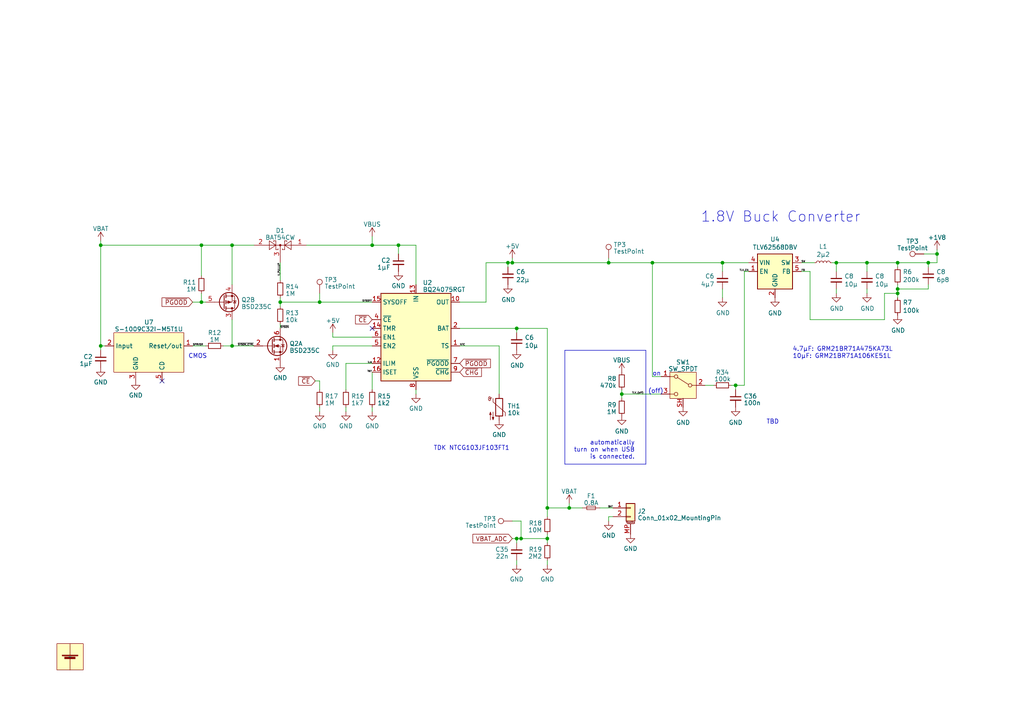
<source format=kicad_sch>
(kicad_sch (version 20230121) (generator eeschema)
  (paper "A4")
  (title_block (title "DreamSteck") (rev "A"))
  (lib_symbols
    (symbol "Battery_Management:BQ24075RGT"
      (property "Reference" "U" (at -8.89 13.97 0))
      (property "Value" "BQ24075RGT" (at 16.51 13.97 0))
      (symbol "BQ24075RGT_0_1"
        (rectangle (start -10.16 12.7) (end 10.16 -12.7) (stroke (width 0.254)) (fill (type background)))
      )
      (symbol "BQ24075RGT_1_1"
        (pin passive line (at 12.7 -2.54 180) (length 2.54) (name "TS") (number "1"))
        (pin power_out line (at 12.7 10.16 180) (length 2.54) (name "OUT") (number "10"))
        (pin passive line (at 12.7 10.16 180) (length 2.54) hide (name "OUT") (number "11"))
        (pin passive line (at -12.7 -7.62 0) (length 2.54) (name "ILIM") (number "12"))
        (pin power_in line (at 0 15.24 270) (length 2.54) (name "IN") (number "13"))
        (pin input line (at -12.7 2.54 0) (length 2.54) (name "TMR") (number "14"))
        (pin input line (at -12.7 10.16 0) (length 2.54) (name "SYSOFF") (number "15"))
        (pin passive line (at -12.7 -10.16 0) (length 2.54) (name "ISET") (number "16"))
        (pin passive line (at 0 -15.24 90) (length 2.54) hide (name "VSS") (number "17"))
        (pin power_out line (at 12.7 2.54 180) (length 2.54) (name "BAT") (number "2"))
        (pin passive line (at 12.7 2.54 180) (length 2.54) hide (name "BAT") (number "3"))
        (pin input line (at -12.7 5.08 0) (length 2.54) (name "~{CE}") (number "4"))
        (pin input line (at -12.7 -2.54 0) (length 2.54) (name "EN2") (number "5"))
        (pin input line (at -12.7 0 0) (length 2.54) (name "EN1") (number "6"))
        (pin open_collector line (at 12.7 -7.62 180) (length 2.54) (name "~{PGOOD}") (number "7"))
        (pin power_in line (at 0 -15.24 90) (length 2.54) (name "VSS") (number "8"))
        (pin open_collector line (at 12.7 -10.16 180) (length 2.54) (name "~{CHG}") (number "9"))
      )
    )
    (symbol "Connector:TestPoint" (pin_numbers hide) (pin_names (offset 0.762) hide)
      (property "Reference" "TP" (at 0 6.858 0))
      (property "Value" "TestPoint" (at 0 5.08 0))
      (symbol "TestPoint_0_1"
        (circle (center 0 3.302) (radius 0.762))
      )
      (symbol "TestPoint_1_1"
        (pin passive line (at 0 0 90) (length 2.54) (name "1") (number "1"))
      )
    )
    (symbol "Connector_Generic_MountingPin:Conn_01x02_MountingPin" (pin_names (offset 1.016) hide)
      (property "Reference" "J" (at 0 2.54 0))
      (property "Value" "Conn_01x02_MountingPin" (at 1.27 -5.08 0))
      (symbol "Conn_01x02_MountingPin_1_1"
        (rectangle (start -1.27 -2.413) (end 0 -2.667) (stroke (width 0.1524)))
        (rectangle (start -1.27 0.127) (end 0 -0.127) (stroke (width 0.1524)))
        (rectangle (start -1.27 1.27) (end 1.27 -3.81) (stroke (width 0.254)) (fill (type background)))
        (polyline (pts (xy -1.016 -4.572) (xy 1.016 -4.572)) (stroke (width 0.1524)))
        (text "Mounting" (at 0 -4.191 0) (effects (font (size 0.381 0.381))))
        (pin passive line (at -5.08 0 0) (length 3.81) (name "Pin_1") (number "1"))
        (pin passive line (at -5.08 -2.54 0) (length 3.81) (name "Pin_2") (number "2"))
        (pin passive line (at 0 -7.62 90) (length 3.048) (name "MountPin") (number "MP"))
      )
    )
    (symbol "Device:C_Small" (pin_numbers hide) (pin_names (offset 0.254) hide)
      (property "Reference" "C" (at 0.254 1.778 0))
      (property "Value" "C_Small" (at 0.254 -2.032 0))
      (symbol "C_Small_0_1"
        (polyline (pts (xy -1.524 -0.508) (xy 1.524 -0.508)) (stroke (width 0.3302)))
        (polyline (pts (xy -1.524 0.508) (xy 1.524 0.508)) (stroke (width 0.3048)))
      )
      (symbol "C_Small_1_1"
        (pin passive line (at 0 2.54 270) (length 2.032) (name "~") (number "1"))
        (pin passive line (at 0 -2.54 90) (length 2.032) (name "~") (number "2"))
      )
    )
    (symbol "Device:Fuse_Small" (pin_numbers hide) (pin_names (offset 0.254) hide)
      (property "Reference" "F" (at 0 -1.524 0))
      (property "Value" "Fuse_Small" (at 0 1.524 0))
      (symbol "Fuse_Small_0_1"
        (rectangle (start -1.27 0.508) (end 1.27 -0.508))
        (polyline (pts (xy -1.27 0) (xy 1.27 0)))
      )
      (symbol "Fuse_Small_1_1"
        (pin passive line (at -2.54 0 0) (length 1.27) (name "~") (number "1"))
        (pin passive line (at 2.54 0 180) (length 1.27) (name "~") (number "2"))
      )
    )
    (symbol "Device:L_Small" (pin_numbers hide) (pin_names (offset 0.254) hide)
      (property "Reference" "L" (at 0.762 1.016 0))
      (property "Value" "L_Small" (at 0.762 -1.016 0))
      (symbol "L_Small_0_1"
        (arc (start 0 -2.032) (mid 0.5058 -1.524) (end 0 -1.016))
        (arc (start 0 -1.016) (mid 0.5058 -0.508) (end 0 0))
        (arc (start 0 0) (mid 0.5058 0.508) (end 0 1.016))
        (arc (start 0 1.016) (mid 0.5058 1.524) (end 0 2.032))
      )
      (symbol "L_Small_1_1"
        (pin passive line (at 0 2.54 270) (length 0.508) (name "~") (number "1"))
        (pin passive line (at 0 -2.54 90) (length 0.508) (name "~") (number "2"))
      )
    )
    (symbol "Device:R_Small" (pin_numbers hide) (pin_names (offset 0.254) hide)
      (property "Reference" "R" (at 0.762 0.508 0))
      (property "Value" "R_Small" (at 0.762 -1.016 0))
      (symbol "R_Small_0_1"
        (rectangle (start -0.762 1.778) (end 0.762 -1.778) (stroke (width 0.2032)))
      )
      (symbol "R_Small_1_1"
        (pin passive line (at 0 2.54 270) (length 0.762) (name "~") (number "1"))
        (pin passive line (at 0 -2.54 90) (length 0.762) (name "~") (number "2"))
      )
    )
    (symbol "Device:Thermistor_NTC" (pin_numbers hide) (pin_names (offset 0))
      (property "Reference" "TH" (at -4.445 0 90))
      (property "Value" "Thermistor_NTC" (at 3.175 0 90))
      (symbol "Thermistor_NTC_0_1"
        (arc (start -3.048 2.159) (mid -3.0495 2.3143) (end -3.175 2.413))
        (arc (start -3.048 2.159) (mid -2.9736 1.9794) (end -2.794 1.905))
        (arc (start -3.048 2.794) (mid -2.9736 2.6144) (end -2.794 2.54))
        (arc (start -2.794 1.905) (mid -2.6144 1.9794) (end -2.54 2.159))
        (arc (start -2.794 2.54) (mid -2.4393 2.5587) (end -2.159 2.794))
        (arc (start -2.794 3.048) (mid -2.9736 2.9736) (end -3.048 2.794))
        (arc (start -2.54 2.794) (mid -2.6144 2.9736) (end -2.794 3.048))
        (rectangle (start -1.016 2.54) (end 1.016 -2.54) (stroke (width 0.254)))
        (polyline (pts (xy -2.54 2.159) (xy -2.54 2.794)))
        (polyline (pts (xy -1.778 2.54) (xy -1.778 1.524) (xy 1.778 -1.524) (xy 1.778 -2.54)))
        (polyline (pts (xy -2.54 -3.683) (xy -2.54 -1.397) (xy -2.794 -2.159) (xy -2.286 -2.159) (xy -2.54 -1.397) (xy -2.54 -1.651)) (fill (type outline)))
        (polyline (pts (xy -1.778 -1.397) (xy -1.778 -3.683) (xy -2.032 -2.921) (xy -1.524 -2.921) (xy -1.778 -3.683) (xy -1.778 -3.429)) (fill (type outline)))
      )
      (symbol "Thermistor_NTC_1_1"
        (pin passive line (at 0 3.81 270) (length 1.27) (name "~") (number "1"))
        (pin passive line (at 0 -3.81 90) (length 1.27) (name "~") (number "2"))
      )
    )
    (symbol "Diode:BAT54CW" (pin_names (offset 1.016))
      (property "Reference" "D" (at 0.635 -3.81 0))
      (property "Value" "BAT54CW" (at -6.35 3.175 0))
      (symbol "BAT54CW_0_1"
        (polyline (pts (xy -1.905 0) (xy 1.905 0)))
        (polyline (pts (xy -1.905 1.27) (xy -1.905 1.016)))
        (polyline (pts (xy -1.27 -1.27) (xy -0.635 -1.27)))
        (polyline (pts (xy -1.27 0) (xy -3.81 0)))
        (polyline (pts (xy -1.27 1.27) (xy -1.905 1.27)))
        (polyline (pts (xy -1.27 1.27) (xy -1.27 -1.27)))
        (polyline (pts (xy -0.635 -1.27) (xy -0.635 -1.016)))
        (polyline (pts (xy 0.635 -1.27) (xy 0.635 -1.016)))
        (polyline (pts (xy 1.27 -1.27) (xy 0.635 -1.27)))
        (polyline (pts (xy 1.27 1.27) (xy 1.27 -1.27)))
        (polyline (pts (xy 1.27 1.27) (xy 1.905 1.27)))
        (polyline (pts (xy 1.905 1.27) (xy 1.905 1.016)))
        (polyline (pts (xy 3.81 0) (xy 1.27 0)))
        (polyline (pts (xy -3.175 -1.27) (xy -3.175 1.27) (xy -1.27 0) (xy -3.175 -1.27)))
        (polyline (pts (xy 3.175 -1.27) (xy 3.175 1.27) (xy 1.27 0) (xy 3.175 -1.27)))
        (circle (center 0 0) (radius 0.254) (fill (type outline)))
      )
      (symbol "BAT54CW_1_1"
        (pin passive line (at -7.62 0 0) (length 3.81) (name "~") (number "1"))
        (pin passive line (at 7.62 0 180) (length 3.81) (name "~") (number "2"))
        (pin passive line (at 0 -5.08 90) (length 5.08) (name "~") (number "3"))
      )
    )
    (symbol "Franz-Lib:LiIon-OB" (in_bom no)
      (symbol "LiIon-OB_0_1"
        (rectangle (start -3.81 3.81) (end 3.81 -3.81) (fill (type background)))
        (rectangle (start -2.286 0.508) (end 2.286 0.254) (fill (type outline)))
        (rectangle (start -1.5748 -0.0762) (end 1.4732 -0.5842) (fill (type outline)))
        (polyline (pts (xy 0 -0.508) (xy 0 -3.81)))
        (polyline (pts (xy 0 0.508) (xy 0 3.81)))
      )
    )
    (symbol "Franz-Lib:NCP302LSN33T1G"
      (property "Reference" "U" (at 0 7.62 0))
      (property "Value" "NCP302LSN33T1G" (at 0 5.08 0))
      (symbol "NCP302LSN33T1G_0_1"
        (rectangle (start -10.16 3.81) (end 10.16 -7.62) (stroke (width 0.1524)) (fill (type background)))
      )
      (symbol "NCP302LSN33T1G_1_1"
        (pin input line (at 12.7 0 180) (length 2.54) (name "Reset/out") (number "1"))
        (pin input line (at -12.7 0 0) (length 2.54) (name "Input") (number "2"))
        (pin input line (at -3.81 -10.16 90) (length 2.54) (name "GND") (number "3"))
        (pin input line (at -7.62 -7.62 90) (length 2.54) hide (name "NC") (number "4"))
        (pin input line (at 3.81 -10.16 90) (length 2.54) (name "CD") (number "5"))
      )
    )
    (symbol "Franz-Lib:SW_SPDT_MountingPoint" (pin_names (offset 0) hide)
      (property "Reference" "SW" (at 0 6.858 0))
      (property "Value" "SW_SPDT" (at 0 5.08 0))
      (symbol "SW_SPDT_MountingPoint_0_0"
        (circle (center -2.032 0) (radius 0.508))
        (circle (center 2.032 -2.54) (radius 0.508))
      )
      (symbol "SW_SPDT_MountingPoint_0_1"
        (rectangle (start -3.81 3.81) (end 3.81 -3.81) (fill (type background)))
        (polyline (pts (xy -2.54 0) (xy -3.81 0)))
        (polyline (pts (xy -1.524 0.254) (xy 1.651 2.286)))
        (polyline (pts (xy 3.81 -2.54) (xy 2.54 -2.54)))
        (polyline (pts (xy 3.81 2.54) (xy 2.54 2.54)))
        (circle (center 2.032 2.54) (radius 0.508))
      )
      (symbol "SW_SPDT_MountingPoint_1_1"
        (pin passive line (at 6.35 2.54 180) (length 2.54) (name "A") (number "1"))
        (pin passive line (at -6.35 0 0) (length 2.54) (name "B") (number "2"))
        (pin passive line (at 6.35 -2.54 180) (length 2.54) (name "C") (number "3"))
        (pin passive line (at 0 -6.35 90) (length 2.54) (name "MP") (number "SH"))
      )
    )
    (symbol "Franz-Lib:VBAT" (power) (pin_names (offset 0))
      (property "Value" "VBAT" (at 0 3.81 0))
      (symbol "VBAT_0_1"
        (polyline (pts (xy -0.762 1.27) (xy 0 2.54)))
        (polyline (pts (xy 0 0) (xy 0 2.54)))
        (polyline (pts (xy 0 2.54) (xy 0.762 1.27)))
      )
      (symbol "VBAT_1_1"
        (pin power_in line (at 0 0 90) (length 0) hide (name "VBAT") (number "1"))
      )
    )
    (symbol "Regulator_Switching:TLV62568DBV"
      (property "Reference" "U" (at -5.08 6.35 0))
      (property "Value" "TLV62568DBV" (at 0 6.35 0))
      (symbol "TLV62568DBV_0_1"
        (rectangle (start -5.08 5.08) (end 5.08 -5.08) (stroke (width 0.254)) (fill (type background)))
      )
      (symbol "TLV62568DBV_1_1"
        (pin input line (at -7.62 0 0) (length 2.54) (name "EN") (number "1"))
        (pin power_in line (at 0 -7.62 90) (length 2.54) (name "GND") (number "2"))
        (pin power_out line (at 7.62 2.54 180) (length 2.54) (name "SW") (number "3"))
        (pin power_in line (at -7.62 2.54 0) (length 2.54) (name "VIN") (number "4"))
        (pin input line (at 7.62 0 180) (length 2.54) (name "FB") (number "5"))
      )
    )
    (symbol "Transistor_FET:BSD235C" (pin_names hide)
      (property "Reference" "Q" (at 5.08 2.54 0))
      (property "Value" "BSD235C" (at 5.08 0 0))
      (symbol "BSD235C_1_1"
        (polyline (pts (xy 0.254 -1.905) (xy 0.254 1.905)) (stroke (width 0.254)))
        (polyline (pts (xy 0.254 0) (xy -2.54 0)))
        (polyline (pts (xy 0.762 -2.286) (xy 0.762 -1.27)) (stroke (width 0.254)))
        (polyline (pts (xy 0.762 -0.508) (xy 0.762 0.508)) (stroke (width 0.254)))
        (polyline (pts (xy 0.762 1.27) (xy 0.762 2.286)) (stroke (width 0.254)))
        (polyline (pts (xy 2.54 1.905) (xy 2.54 2.54)))
        (polyline (pts (xy 2.54 -2.54) (xy 2.54 0) (xy 0.762 0)))
        (polyline (pts (xy 0.762 1.778) (xy 3.302 1.778) (xy 3.302 -1.778) (xy 0.762 -1.778)))
        (polyline (pts (xy 1.016 0) (xy 2.032 -0.381) (xy 2.032 0.381) (xy 1.016 0)) (fill (type outline)))
        (polyline (pts (xy 2.794 0.508) (xy 2.921 0.381) (xy 3.683 0.381) (xy 3.81 0.254)))
        (polyline (pts (xy 3.302 0.381) (xy 2.921 -0.254) (xy 3.683 -0.254) (xy 3.302 0.381)))
        (circle (center 1.651 0) (radius 2.794) (stroke (width 0.254)))
        (circle (center 2.54 -1.778) (radius 0.254) (fill (type outline)))
        (circle (center 2.54 1.778) (radius 0.254) (fill (type outline)))
        (pin passive line (at 2.54 -5.08 90) (length 2.54) (name "SN") (number "1"))
        (pin input line (at -5.08 0 0) (length 2.54) (name "GN") (number "2"))
        (pin passive line (at 2.54 5.08 270) (length 2.54) (name "DN") (number "6"))
      )
      (symbol "BSD235C_2_1"
        (polyline (pts (xy 0.254 0) (xy -2.54 0)))
        (polyline (pts (xy 0.254 1.905) (xy 0.254 -1.905)) (stroke (width 0.254)))
        (polyline (pts (xy 0.762 -1.27) (xy 0.762 -2.286)) (stroke (width 0.254)))
        (polyline (pts (xy 0.762 0.508) (xy 0.762 -0.508)) (stroke (width 0.254)))
        (polyline (pts (xy 0.762 2.286) (xy 0.762 1.27)) (stroke (width 0.254)))
        (polyline (pts (xy 2.54 -1.905) (xy 2.54 -2.54)))
        (polyline (pts (xy 2.54 2.54) (xy 2.54 0) (xy 0.762 0)))
        (polyline (pts (xy 0.762 -1.778) (xy 3.302 -1.778) (xy 3.302 1.778) (xy 0.762 1.778)))
        (polyline (pts (xy 2.286 0) (xy 1.27 -0.381) (xy 1.27 0.381) (xy 2.286 0)) (fill (type outline)))
        (polyline (pts (xy 2.794 0.508) (xy 2.921 0.381) (xy 3.683 0.381) (xy 3.81 0.254)))
        (polyline (pts (xy 3.302 0.381) (xy 2.921 -0.254) (xy 3.683 -0.254) (xy 3.302 0.381)))
        (circle (center 1.651 0) (radius 2.794) (stroke (width 0.254)))
        (circle (center 2.54 -1.778) (radius 0.254) (fill (type outline)))
        (circle (center 2.54 1.778) (radius 0.254) (fill (type outline)))
        (pin passive line (at 2.54 -5.08 90) (length 2.54) (name "DP") (number "3"))
        (pin passive line (at 2.54 5.08 270) (length 2.54) (name "SP") (number "4"))
        (pin input line (at -5.08 0 0) (length 2.54) (name "GP") (number "5"))
      )
    )
    (symbol "power:+1V8" (power) (pin_names (offset 0))
      (property "Value" "+1V8" (at 0 3.556 0))
      (symbol "+1V8_0_1"
        (polyline (pts (xy -0.762 1.27) (xy 0 2.54)))
        (polyline (pts (xy 0 0) (xy 0 2.54)))
        (polyline (pts (xy 0 2.54) (xy 0.762 1.27)))
      )
      (symbol "+1V8_1_1"
        (pin power_in line (at 0 0 90) (length 0) hide (name "+1V8") (number "1"))
      )
    )
    (symbol "power:+5V" (power) (pin_names (offset 0))
      (property "Value" "+5V" (at 0 3.556 0))
      (symbol "+5V_0_1"
        (polyline (pts (xy -0.762 1.27) (xy 0 2.54)))
        (polyline (pts (xy 0 0) (xy 0 2.54)))
        (polyline (pts (xy 0 2.54) (xy 0.762 1.27)))
      )
      (symbol "+5V_1_1"
        (pin power_in line (at 0 0 90) (length 0) hide (name "+5V") (number "1"))
      )
    )
    (symbol "power:GND" (power) (pin_names (offset 0))
      (property "Value" "GND" (at 0 -3.81 0))
      (symbol "GND_0_1"
        (polyline (pts (xy 0 0) (xy 0 -1.27) (xy 1.27 -1.27) (xy 0 -2.54) (xy -1.27 -1.27) (xy 0 -1.27)))
      )
      (symbol "GND_1_1"
        (pin power_in line (at 0 0 270) (length 0) hide (name "GND") (number "1"))
      )
    )
    (symbol "power:VBUS" (power) (pin_names (offset 0))
      (property "Value" "VBUS" (at 0 3.81 0))
      (symbol "VBUS_0_1"
        (polyline (pts (xy -0.762 1.27) (xy 0 2.54)))
        (polyline (pts (xy 0 0) (xy 0 2.54)))
        (polyline (pts (xy 0 2.54) (xy 0.762 1.27)))
      )
      (symbol "VBUS_1_1"
        (pin power_in line (at 0 0 90) (length 0) hide (name "VBUS") (number "1"))
      )
    )
  )
  (junction (at 92.71 87.63))
  (junction (at 149.86 156.21))
  (junction (at 149.86 95.25))
  (junction (at 209.55 76.2))
  (junction (at 158.75 156.21))
  (junction (at 29.21 100.33))
  (junction (at 58.42 71.12))
  (junction (at 67.31 100.33))
  (junction (at 67.31 71.12))
  (junction (at 251.46 76.2))
  (junction (at 165.1 147.32))
  (junction (at 158.75 147.32))
  (junction (at 260.35 76.2))
  (junction (at 269.24 76.2))
  (junction (at 107.95 71.12))
  (junction (at 242.57 76.2))
  (junction (at 115.57 71.12))
  (junction (at 58.42 87.63))
  (junction (at 213.36 111.76))
  (junction (at 176.53 76.2))
  (junction (at 260.35 85.09))
  (junction (at 29.21 71.12))
  (junction (at 81.28 87.63))
  (junction (at 260.35 83.82))
  (junction (at 189.23 76.2))
  (junction (at 151.13 156.21))
  (junction (at 271.78 73.66))
  (junction (at 148.59 76.2))
  (junction (at 180.34 114.3))
  (junction (at 147.32 76.2))
  (no_connect (at 46.99 110.49))
  (no_connect (at 107.95 95.25))
  (wire (pts (xy 91.44 110.49) (xy 92.71 110.49)))
  (wire (pts (xy 151.13 156.21) (xy 158.75 156.21)))
  (wire (pts (xy 120.65 113.03) (xy 120.65 114.3)))
  (wire (pts (xy 180.34 114.3) (xy 191.77 114.3)))
  (wire (pts (xy 81.28 93.98) (xy 81.28 95.25)))
  (wire (pts (xy 81.28 86.36) (xy 81.28 87.63)))
  (wire (pts (xy 180.34 114.3) (xy 180.34 115.57)))
  (wire (pts (xy 100.33 113.03) (xy 100.33 105.41)))
  (wire (pts (xy 271.78 73.66) (xy 271.78 76.2)))
  (wire (pts (xy 215.9 78.74) (xy 217.17 78.74)))
  (wire (pts (xy 96.52 97.79) (xy 107.95 97.79)))
  (wire (pts (xy 67.31 100.33) (xy 73.66 100.33)))
  (wire (pts (xy 215.9 78.74) (xy 215.9 111.76)))
  (wire (pts (xy 269.24 76.2) (xy 271.78 76.2)))
  (wire (pts (xy 96.52 96.52) (xy 96.52 97.79)))
  (wire (pts (xy 267.97 73.66) (xy 271.78 73.66)))
  (wire (pts (xy 149.86 95.25) (xy 149.86 96.52)))
  (wire (pts (xy 260.35 76.2) (xy 260.35 77.47)))
  (wire (pts (xy 81.28 87.63) (xy 92.71 87.63)))
  (wire (pts (xy 173.99 147.32) (xy 177.8 147.32)))
  (wire (pts (xy 176.53 74.93) (xy 176.53 76.2)))
  (wire (pts (xy 189.23 76.2) (xy 189.23 109.22)))
  (wire (pts (xy 260.35 85.09) (xy 260.35 86.36)))
  (wire (pts (xy 158.75 147.32) (xy 158.75 149.86)))
  (polyline (pts (xy 163.83 134.62) (xy 187.325 134.62)))
  (wire (pts (xy 67.31 92.71) (xy 67.31 100.33)))
  (polyline (pts (xy 187.325 101.6) (xy 187.325 134.62)))
  (wire (pts (xy 260.35 82.55) (xy 260.35 83.82)))
  (wire (pts (xy 260.35 83.82) (xy 260.35 85.09)))
  (wire (pts (xy 81.28 76.2) (xy 81.28 81.28)))
  (wire (pts (xy 189.23 76.2) (xy 209.55 76.2)))
  (wire (pts (xy 180.34 113.03) (xy 180.34 114.3)))
  (wire (pts (xy 158.75 147.32) (xy 158.75 95.25)))
  (wire (pts (xy 148.59 74.93) (xy 148.59 76.2)))
  (wire (pts (xy 256.54 92.71) (xy 256.54 85.09)))
  (wire (pts (xy 92.71 110.49) (xy 92.71 113.03)))
  (wire (pts (xy 176.53 76.2) (xy 189.23 76.2)))
  (wire (pts (xy 260.35 85.09) (xy 256.54 85.09)))
  (wire (pts (xy 158.75 154.94) (xy 158.75 156.21)))
  (wire (pts (xy 269.24 82.55) (xy 269.24 83.82)))
  (wire (pts (xy 144.78 114.3) (xy 144.78 100.33)))
  (wire (pts (xy 260.35 76.2) (xy 269.24 76.2)))
  (wire (pts (xy 29.21 71.12) (xy 29.21 100.33)))
  (wire (pts (xy 140.97 87.63) (xy 133.35 87.63)))
  (wire (pts (xy 81.28 87.63) (xy 81.28 88.9)))
  (wire (pts (xy 241.3 76.2) (xy 242.57 76.2)))
  (wire (pts (xy 147.32 76.2) (xy 147.32 77.47)))
  (wire (pts (xy 29.21 100.33) (xy 30.48 100.33)))
  (wire (pts (xy 149.86 162.56) (xy 149.86 163.83)))
  (wire (pts (xy 58.42 87.63) (xy 59.69 87.63)))
  (wire (pts (xy 269.24 83.82) (xy 260.35 83.82)))
  (wire (pts (xy 251.46 78.74) (xy 251.46 76.2)))
  (wire (pts (xy 151.13 151.13) (xy 151.13 156.21)))
  (wire (pts (xy 158.75 162.56) (xy 158.75 163.83)))
  (wire (pts (xy 189.23 109.22) (xy 191.77 109.22)))
  (wire (pts (xy 67.31 100.33) (xy 64.77 100.33)))
  (wire (pts (xy 176.53 149.86) (xy 177.8 149.86)))
  (wire (pts (xy 29.21 69.85) (xy 29.21 71.12)))
  (wire (pts (xy 140.97 76.2) (xy 140.97 87.63)))
  (wire (pts (xy 29.21 71.12) (xy 58.42 71.12)))
  (wire (pts (xy 88.9 71.12) (xy 107.95 71.12)))
  (wire (pts (xy 107.95 68.58) (xy 107.95 71.12)))
  (wire (pts (xy 67.31 71.12) (xy 73.66 71.12)))
  (wire (pts (xy 242.57 76.2) (xy 251.46 76.2)))
  (wire (pts (xy 100.33 118.11) (xy 100.33 119.38)))
  (wire (pts (xy 176.53 149.86) (xy 176.53 151.13)))
  (wire (pts (xy 165.1 146.05) (xy 165.1 147.32)))
  (wire (pts (xy 55.88 87.63) (xy 58.42 87.63)))
  (wire (pts (xy 149.86 157.48) (xy 149.86 156.21)))
  (wire (pts (xy 271.78 72.39) (xy 271.78 73.66)))
  (wire (pts (xy 234.95 92.71) (xy 256.54 92.71)))
  (wire (pts (xy 107.95 118.11) (xy 107.95 119.38)))
  (wire (pts (xy 148.59 76.2) (xy 176.53 76.2)))
  (wire (pts (xy 100.33 105.41) (xy 107.95 105.41)))
  (wire (pts (xy 59.69 100.33) (xy 55.88 100.33)))
  (wire (pts (xy 148.59 151.13) (xy 151.13 151.13)))
  (wire (pts (xy 212.09 111.76) (xy 213.36 111.76)))
  (wire (pts (xy 158.75 147.32) (xy 165.1 147.32)))
  (wire (pts (xy 149.86 156.21) (xy 151.13 156.21)))
  (wire (pts (xy 234.95 78.74) (xy 234.95 92.71)))
  (wire (pts (xy 58.42 71.12) (xy 58.42 80.01)))
  (wire (pts (xy 269.24 76.2) (xy 269.24 77.47)))
  (wire (pts (xy 120.65 71.12) (xy 120.65 82.55)))
  (polyline (pts (xy 163.83 134.62) (xy 163.83 101.6)))
  (wire (pts (xy 242.57 78.74) (xy 242.57 76.2)))
  (wire (pts (xy 209.55 76.2) (xy 217.17 76.2)))
  (wire (pts (xy 158.75 95.25) (xy 149.86 95.25)))
  (wire (pts (xy 232.41 76.2) (xy 236.22 76.2)))
  (wire (pts (xy 140.97 76.2) (xy 147.32 76.2)))
  (wire (pts (xy 96.52 100.33) (xy 96.52 101.6)))
  (wire (pts (xy 251.46 85.09) (xy 251.46 83.82)))
  (wire (pts (xy 92.71 85.09) (xy 92.71 87.63)))
  (wire (pts (xy 115.57 71.12) (xy 115.57 73.66)))
  (wire (pts (xy 158.75 156.21) (xy 158.75 157.48)))
  (wire (pts (xy 209.55 76.2) (xy 209.55 78.74)))
  (wire (pts (xy 58.42 85.09) (xy 58.42 87.63)))
  (wire (pts (xy 251.46 76.2) (xy 260.35 76.2)))
  (wire (pts (xy 67.31 71.12) (xy 67.31 82.55)))
  (wire (pts (xy 107.95 113.03) (xy 107.95 107.95)))
  (wire (pts (xy 115.57 71.12) (xy 120.65 71.12)))
  (wire (pts (xy 96.52 100.33) (xy 107.95 100.33)))
  (wire (pts (xy 209.55 86.36) (xy 209.55 83.82)))
  (wire (pts (xy 92.71 118.11) (xy 92.71 119.38)))
  (wire (pts (xy 58.42 71.12) (xy 67.31 71.12)))
  (wire (pts (xy 148.59 156.21) (xy 149.86 156.21)))
  (wire (pts (xy 29.21 101.6) (xy 29.21 100.33)))
  (wire (pts (xy 204.47 111.76) (xy 207.01 111.76)))
  (wire (pts (xy 133.35 100.33) (xy 144.78 100.33)))
  (wire (pts (xy 133.35 95.25) (xy 149.86 95.25)))
  (wire (pts (xy 234.95 78.74) (xy 232.41 78.74)))
  (wire (pts (xy 107.95 71.12) (xy 115.57 71.12)))
  (wire (pts (xy 165.1 147.32) (xy 168.91 147.32)))
  (polyline (pts (xy 163.83 101.6) (xy 187.325 101.6)))
  (wire (pts (xy 148.59 76.2) (xy 147.32 76.2)))
  (wire (pts (xy 92.71 87.63) (xy 107.95 87.63)))
  (wire (pts (xy 242.57 85.09) (xy 242.57 83.82)))
  (wire (pts (xy 213.36 111.76) (xy 215.9 111.76)))
  (wire (pts (xy 213.36 111.76) (xy 213.36 113.03)))
  (text "TBD" (at 222.25 123.19 0) (effects (font (size 1.27 1.27)) (justify left bottom)))
  (text "(off)" (at 187.96 114.3 0) (effects (font (size 1.27 1.27)) (justify left bottom)))
  (text "1.8V Buck Converter" (at 203.2 64.77 0) (effects (font (size 3 3)) (justify left bottom)))
  (text "on" (at 189.23 109.22 0) (effects (font (size 1.27 1.27)) (justify left bottom)))
  (text "automatically\nturn on when USB\nis connected." (at 184.15 133.35 0) (effects (font (size 1.27 1.27)) (justify right bottom)))
  (text "CMOS" (at 54.61 104.14 0) (effects (font (size 1.27 1.27)) (justify left bottom)))
  (text "TDK NTCG103JF103FT1" (at 125.73 130.81 0) (effects (font (size 1.27 1.27)) (justify left bottom)))
  (text "4.7µF: GRM21BR71A475KA73L\n10µF: GRM21BR71A106KE51L\n" (at 229.87 104.14 0) (effects (font (size 1.27 1.27)) (justify left bottom)))
  (label "SYSOFF" (at 107.95 87.63 180) (effects (font (size 0.5 0.5))))
  (label "V_PULLUP" (at 81.28 76.2 270) (effects (font (size 0.5 0.5))))
  (label "SPRVSR" (at 55.88 100.33 0) (effects (font (size 0.5 0.5))))
  (label "TLV_(off)" (at 186.69 114.3 180) (effects (font (size 0.5 0.5))))
  (label "BAT" (at 177.8 147.32 180) (effects (font (size 0.5 0.5))))
  (label "FB" (at 232.41 78.74 0) (effects (font (size 0.5 0.5))))
  (label "I_{LIM}" (at 107.95 105.41 180) (effects (font (size 0.5 0.5))))
  (label "SW" (at 232.41 76.2 0) (effects (font (size 0.5 0.5))))
  (label "~{SYSON_CTRL}" (at 73.66 100.33 180) (effects (font (size 0.5 0.5))))
  (label "~{SYSON}" (at 81.28 95.25 0) (effects (font (size 0.5 0.5))))
  (label "TLV_EN" (at 217.17 78.74 180) (effects (font (size 0.5 0.5))))
  (label "I_{SET}" (at 107.95 107.95 180) (effects (font (size 0.5 0.5))))
  (label "NTC" (at 133.35 100.33 0) (effects (font (size 0.5 0.5))))
  (global_label "~{PGOOD}" (shape input) (at 55.88 87.63 180) (property "Intersheetrefs" "${INTERSHEET_REFS}" (effects hide)))
  (global_label "~{CE}" (shape input) (at 91.44 110.49 180) (property "Intersheetrefs" "${INTERSHEET_REFS}" (effects hide)))
  (global_label "~{CHG}" (shape input) (at 133.35 107.95 0) (property "Intersheetrefs" "${INTERSHEET_REFS}" (effects hide)))
  (global_label "~{PGOOD}" (shape input) (at 133.35 105.41 0) (property "Intersheetrefs" "${INTERSHEET_REFS}" (effects hide)))
  (global_label "~{CE}" (shape input) (at 107.95 92.71 180) (property "Intersheetrefs" "${INTERSHEET_REFS}" (effects hide)))
  (global_label "VBAT_ADC" (shape input) (at 148.59 156.21 180) (property "Intersheetrefs" "${INTERSHEET_REFS}" (effects hide)))
  (symbol (lib_id "power:+1V8") (at 271.78 72.39 0) (unit 1)
    (property "Reference" "#PWR0129" (effects hide))
    (property "Value" "+1V8" (at 271.78 68.8786 0))
  )
  (symbol (lib_id "power:GND") (at 144.78 121.92 0) (unit 1)
    (property "Reference" "#PWR0115" (effects hide))
    (property "Value" "GND" (at 144.78 126.0952 0))
    (instances (project "DreamSteck" (path "" (reference "#PWR0115") (unit 1))) (project "PCB-B" (path "" (reference "#PWR0110") (unit 1)) (path "" (reference "#PWR0158") (unit 1))))
  )
  (symbol (lib_id "Franz-Lib:VBAT") (at 165.1 146.05 0) (unit 1)
    (property "Reference" "#PWR0112" (effects hide))
    (property "Value" "VBAT" (at 165.1 142.5386 0))
  )
  (symbol (lib_id "Device:C_Small") (at 242.57 81.28 0) (unit 1)
    (property "Reference" "C8" (at 244.9068 80.1116 0) (effects (justify left)))
    (property "Value" "10µ" (at 244.9068 82.423 0) (effects (justify left)))
    (property "Footprint" "Franz-Lib:C_0603_1608Metric_NoSilk" (effects hide))
    (property "Sim.Device" "SPICE" (effects hide))
    (property "Sim.Params" "type=C model=\"22µF\"" (effects hide))
    (instances (project "Stromzaehler" (path "" (reference "C8") (unit 1))) (project "Stromzaehler-V2" (path "" (reference "C8") (unit 1))) (project "PCB-B" (path "" (reference "C10") (unit 1))))
  )
  (symbol (lib_id "Transistor_FET:BSD235C") (at 64.77 87.63 0) (unit 2)
    (property "Reference" "Q2" (at 69.977 86.9617 0) (effects (justify left)))
    (property "Value" "BSD235C" (at 69.977 88.9621 0) (effects (justify left)))
    (property "Footprint" "Franz-Lib:SOT-363_SC-70-6_NoSilk" (effects hide))
    (property "Datasheet" "https://www.infineon.com/dgdl/Infineon-BSD235C-DS-v02_04-EN.pdf?fileId=db3a30433580b371013585a2d0d53326" (effects hide))
  )
  (symbol (lib_id "power:GND") (at 107.95 119.38 0) (unit 1)
    (property "Reference" "#PWR0115" (effects hide))
    (property "Value" "GND" (at 107.95 123.5552 0))
    (instances (project "DreamSteck" (path "" (reference "#PWR0115") (unit 1))) (project "PCB-B" (path "" (reference "#PWR0110") (unit 1)) (path "" (reference "#PWR0160") (unit 1))))
  )
  (symbol (lib_id "Franz-Lib:NCP302LSN33T1G") (at 43.18 100.33 0) (unit 1)
    (property "Reference" "U7" (at 43.18 93.472 0))
    (property "Value" "S-1009C32I-M5T1U" (at 43.18 95.4724 0))
    (property "Footprint" "Franz-Lib:SOT-23-5_NoSilk" (effects hide))
    (property "Datasheet" "https://www.onsemi.com/pdf/datasheet/ncp302-d.pdf" (effects hide))
  )
  (symbol (lib_id "power:+5V") (at 148.59 74.93 0) (unit 1)
    (property "Reference" "#PWR0103" (effects hide))
    (property "Value" "+5V" (at 148.59 71.4186 0))
    (instances (project "DreamSteck" (path "" (reference "#PWR0103") (unit 1))) (project "PCB-B" (path "" (reference "#PWR0103") (unit 1)) (path "" (reference "#PWR0159") (unit 1))))
  )
  (symbol (lib_id "Device:R_Small") (at 260.35 80.01 0) (unit 1)
    (property "Reference" "R6" (at 261.8486 78.8416 0) (effects (justify left)))
    (property "Value" "200k" (at 261.8486 81.153 0) (effects (justify left)))
    (property "Footprint" "Franz-Lib:R_0402_1005Metric_NoSilk" (effects hide))
    (property "Sim.Device" "SPICE" (effects hide))
    (property "Sim.Params" "type=R model=\"453kΩ\"" (effects hide))
  )
  (symbol (lib_id "Connector:TestPoint") (at 148.59 151.13 90) (mirror x) (unit 1)
    (property "Reference" "TP3" (at 143.891 150.4863 90) (effects (justify left)))
    (property "Value" "TestPoint" (at 143.891 152.4073 90) (effects (justify left)))
    (property "Footprint" "Franz-Lib:TestPoint_Pad_D1.0mm_NoSIlk" (effects hide))
    (instances (project "PCB-B" (path "" (reference "TP3") (unit 1)) (path "" (reference "TP5") (unit 1))))
  )
  (symbol (lib_id "Device:R_Small") (at 107.95 115.57 0) (unit 1)
    (property "Reference" "R15" (at 109.4486 114.9017 0) (effects (justify left)))
    (property "Value" "1k2" (at 109.4486 116.9021 0) (effects (justify left)))
    (property "Footprint" "Franz-Lib:R_0402_1005Metric_NoSilk" (effects hide))
  )
  (symbol (lib_id "power:+5V") (at 96.52 96.52 0) (unit 1)
    (property "Reference" "#PWR0103" (effects hide))
    (property "Value" "+5V" (at 96.52 93.0086 0))
  )
  (symbol (lib_id "power:GND") (at 39.37 110.49 0) (unit 1)
    (property "Reference" "#PWR0115" (effects hide))
    (property "Value" "GND" (at 39.37 114.6652 0))
    (instances (project "DreamSteck" (path "" (reference "#PWR0115") (unit 1))) (project "PCB-B" (path "" (reference "#PWR0110") (unit 1)) (path "" (reference "#PWR0164") (unit 1))))
  )
  (symbol (lib_id "Device:R_Small") (at 260.35 88.9 0) (unit 1)
    (property "Reference" "R7" (at 261.8486 87.7316 0) (effects (justify left)))
    (property "Value" "100k" (at 261.8486 90.043 0) (effects (justify left)))
    (property "Footprint" "Franz-Lib:R_0402_1005Metric_NoSilk" (effects hide))
    (property "Sim.Device" "SPICE" (effects hide))
    (property "Sim.Params" "type=R model=\"100kΩ\"" (effects hide))
  )
  (symbol (lib_id "Device:C_Small") (at 29.21 104.14 0) (unit 1)
    (property "Reference" "C2" (at 26.8859 103.478 0) (effects (justify right)))
    (property "Value" "1µF" (at 26.8859 105.4784 0) (effects (justify right)))
    (property "Footprint" "Franz-Lib:C_0402_1005Metric_NoSilk" (effects hide))
    (instances (project "PCB-B" (path "" (reference "C2") (unit 1)) (path "" (reference "C3") (unit 1))))
  )
  (symbol (lib_id "power:GND") (at 96.52 101.6 0) (unit 1)
    (property "Reference" "#PWR0115" (effects hide))
    (property "Value" "GND" (at 96.52 105.7752 0))
    (instances (project "DreamSteck" (path "" (reference "#PWR0115") (unit 1))) (project "PCB-B" (path "" (reference "#PWR0110") (unit 1)) (path "" (reference "#PWR0157") (unit 1))))
  )
  (symbol (lib_id "power:GND") (at 147.32 82.55 0) (unit 1)
    (property "Reference" "#PWR0120" (effects hide))
    (property "Value" "GND" (at 147.447 86.9442 0))
    (property "Sim.Device" "SPICE" (effects hide))
    (property "Sim.Params" "type=# model=\"GND\"" (effects hide))
  )
  (symbol (lib_id "power:GND") (at 180.34 120.65 0) (unit 1)
    (property "Reference" "#PWR0130" (effects hide))
    (property "Value" "GND" (at 180.34 125.095 0))
    (property "Sim.Device" "SPICE" (effects hide))
    (property "Sim.Params" "type=# model=\"GND\"" (effects hide))
    (instances (project "Stromzaehler" (path "" (reference "#PWR0130") (unit 1))) (project "Stromzaehler-V2" (path "" (reference "#PWR0130") (unit 1))) (project "PCB-B" (path "" (reference "#PWR0156") (unit 1))))
  )
  (symbol (lib_id "Device:R_Small") (at 81.28 83.82 0) (unit 1)
    (property "Reference" "R14" (at 82.7786 83.1517 0) (effects (justify left)))
    (property "Value" "1M" (at 82.7786 85.1521 0) (effects (justify left)))
    (property "Footprint" "Franz-Lib:R_0402_1005Metric_NoSilk" (effects hide))
  )
  (symbol (lib_id "Battery_Management:BQ24075RGT") (at 120.65 97.79 0) (unit 1)
    (property "Reference" "U2" (at 122.6059 81.9912 0) (effects (justify left)))
    (property "Value" "BQ24075RGT" (at 122.6059 83.9916 0) (effects (justify left)))
    (property "Footprint" "Franz-Lib:VQFN-16-1EP_3x3mm_P0.5mm_EP1.6x1.6mm_NoSilk" (effects hide))
    (property "Datasheet" "http://www.ti.com/lit/ds/symlink/bq24075.pdf" (effects hide))
  )
  (symbol (lib_id "power:GND") (at 213.36 118.11 0) (mirror y) (unit 1)
    (property "Reference" "#PWR0130" (effects hide))
    (property "Value" "GND" (at 213.36 122.555 0))
    (property "Sim.Device" "SPICE" (effects hide))
    (property "Sim.Params" "type=# model=\"GND\"" (effects hide))
  )
  (symbol (lib_id "Connector_Generic_MountingPin:Conn_01x02_MountingPin") (at 182.88 147.32 0) (unit 1)
    (property "Reference" "J2" (at 184.912 148.3019 0) (effects (justify left)))
    (property "Value" "Conn_01x02_MountingPin" (at 184.912 150.2229 0) (effects (justify left)))
    (property "Footprint" "Franz-Lib:JST_PH_S2B-PH-SM4-TB_1x02-1MP_P2.00mm_Horizontal" (effects hide))
  )
  (symbol (lib_id "Device:C_Small") (at 251.46 81.28 0) (unit 1)
    (property "Reference" "C8" (at 253.7968 80.1116 0) (effects (justify left)))
    (property "Value" "10µ" (at 253.7968 82.423 0) (effects (justify left)))
    (property "Footprint" "Franz-Lib:C_0603_1608Metric_NoSilk" (effects hide))
    (property "Sim.Device" "SPICE" (effects hide))
    (property "Sim.Params" "type=C model=\"22µF\"" (effects hide))
    (instances (project "Stromzaehler" (path "" (reference "C8") (unit 1))) (project "Stromzaehler-V2" (path "" (reference "C8") (unit 1))) (project "PCB-B" (path "" (reference "C11") (unit 1))))
  )
  (symbol (lib_id "Transistor_FET:BSD235C") (at 78.74 100.33 0) (unit 1)
    (property "Reference" "Q2" (at 83.947 99.6617 0) (effects (justify left)))
    (property "Value" "BSD235C" (at 83.947 101.6621 0) (effects (justify left)))
    (property "Footprint" "Franz-Lib:SOT-363_SC-70-6_NoSilk" (effects hide))
    (property "Datasheet" "https://www.infineon.com/dgdl/Infineon-BSD235C-DS-v02_04-EN.pdf?fileId=db3a30433580b371013585a2d0d53326" (effects hide))
  )
  (symbol (lib_id "Connector:TestPoint") (at 176.53 74.93 0) (unit 1)
    (property "Reference" "TP3" (at 177.927 70.9843 0) (effects (justify left)))
    (property "Value" "TestPoint" (at 177.927 72.9053 0) (effects (justify left)))
    (property "Footprint" "Franz-Lib:TestPoint_Pad_D1.0mm_NoSIlk" (effects hide))
    (instances (project "PCB-B" (path "" (reference "TP3") (unit 1)) (path "" (reference "TP6") (unit 1))))
  )
  (symbol (lib_id "power:GND") (at 115.57 78.74 0) (unit 1)
    (property "Reference" "#PWR0115" (effects hide))
    (property "Value" "GND" (at 115.57 82.9152 0))
    (instances (project "DreamSteck" (path "" (reference "#PWR0115") (unit 1))) (project "PCB-B" (path "" (reference "#PWR0107") (unit 1)) (path "" (reference "#PWR0117") (unit 1))))
  )
  (symbol (lib_id "Franz-Lib:VBAT") (at 29.21 69.85 0) (unit 1)
    (property "Reference" "#PWR0165" (effects hide))
    (property "Value" "VBAT" (at 29.21 66.3386 0))
  )
  (symbol (lib_id "Device:R_Small") (at 100.33 115.57 0) (unit 1)
    (property "Reference" "R16" (at 101.8286 114.9017 0) (effects (justify left)))
    (property "Value" "1k7" (at 101.8286 116.9021 0) (effects (justify left)))
    (property "Footprint" "Franz-Lib:R_0402_1005Metric_NoSilk" (effects hide))
  )
  (symbol (lib_id "Device:R_Small") (at 180.34 118.11 0) (unit 1)
    (property "Reference" "R9" (at 178.8414 117.4417 0) (effects (justify right)))
    (property "Value" "1M" (at 178.8414 119.4421 0) (effects (justify right)))
    (property "Footprint" "Franz-Lib:R_0402_1005Metric_NoSilk" (effects hide))
  )
  (symbol (lib_id "Device:R_Small") (at 158.75 152.4 0) (mirror y) (unit 1)
    (property "Reference" "R18" (at 157.2514 151.7317 0) (effects (justify left)))
    (property "Value" "10M" (at 157.2514 153.7321 0) (effects (justify left)))
    (property "Footprint" "Franz-Lib:R_0402_1005Metric_NoSilk" (effects hide))
  )
  (symbol (lib_id "Diode:BAT54CW") (at 81.28 71.12 0) (mirror y) (unit 1)
    (property "Reference" "D1" (at 81.28 66.8782 0))
    (property "Value" "BAT54CW" (at 81.28 68.8786 0))
    (property "Footprint" "Franz-Lib:SOT-323_SC-70_NoSilk" (effects hide))
    (property "Datasheet" "https://assets.nexperia.com/documents/data-sheet/BAT54W_SER.pdf" (effects hide))
  )
  (symbol (lib_id "Regulator_Switching:TLV62568DBV") (at 224.79 78.74 0) (unit 1)
    (property "Reference" "U4" (at 224.79 69.4182 0))
    (property "Value" "TLV62568DBV" (at 224.79 71.7296 0))
    (property "Footprint" "Franz-Lib:SOT-23-5_NoSilk" (effects hide))
    (property "Datasheet" "http://www.ti.com/lit/ds/symlink/tlv62568.pdf" (effects hide))
    (property "Sim.Device" "SPICE" (effects hide))
    (property "Sim.Params" "type=U model=\"TLV62568DBV\"" (effects hide))
    (instances (project "Stromzaehler" (path "" (reference "U4") (unit 1))) (project "Stromzaehler-V2" (path "" (reference "U4") (unit 1))) (project "PCB-B" (path "" (reference "U6") (unit 1))))
  )
  (symbol (lib_id "Device:R_Small") (at 58.42 82.55 0) (mirror y) (unit 1)
    (property "Reference" "R11" (at 56.9214 81.8817 0) (effects (justify left)))
    (property "Value" "1M" (at 56.9214 83.8821 0) (effects (justify left)))
    (property "Footprint" "Franz-Lib:R_0402_1005Metric_NoSilk" (effects hide))
  )
  (symbol (lib_id "power:GND") (at 81.28 105.41 0) (unit 1)
    (property "Reference" "#PWR0115" (effects hide))
    (property "Value" "GND" (at 81.28 109.5852 0))
    (instances (project "DreamSteck" (path "" (reference "#PWR0115") (unit 1))) (project "PCB-B" (path "" (reference "#PWR0110") (unit 1)) (path "" (reference "#PWR0121") (unit 1))))
  )
  (symbol (lib_id "power:GND") (at 209.55 86.36 0) (unit 1)
    (property "Reference" "#PWR0120" (effects hide))
    (property "Value" "GND" (at 209.677 90.7542 0))
    (property "Sim.Device" "SPICE" (effects hide))
    (property "Sim.Params" "type=# model=\"GND\"" (effects hide))
    (instances (project "Stromzaehler" (path "" (reference "#PWR0120") (unit 1))) (project "Stromzaehler-V2" (path "" (reference "#PWR0120") (unit 1))) (project "PCB-B" (path "" (reference "#PWR0133") (unit 1))))
  )
  (symbol (lib_id "Device:R_Small") (at 92.71 115.57 0) (unit 1)
    (property "Reference" "R17" (at 94.2086 114.9017 0) (effects (justify left)))
    (property "Value" "1M" (at 94.2086 116.9021 0) (effects (justify left)))
    (property "Footprint" "Franz-Lib:R_0402_1005Metric_NoSilk" (effects hide))
  )
  (symbol (lib_id "Franz-Lib:SW_SPDT_MountingPoint") (at 198.12 111.76 0) (mirror y) (unit 1)
    (property "Reference" "SW1" (at 198.12 105.0671 0))
    (property "Value" "SW_SPDT" (at 198.12 106.9881 0))
    (property "Footprint" "Franz-Lib:450404015514" (effects hide))
  )
  (symbol (lib_id "Device:R_Small") (at 180.34 110.49 0) (unit 1)
    (property "Reference" "R8" (at 178.8414 109.8217 0) (effects (justify right)))
    (property "Value" "470k" (at 178.8414 111.8221 0) (effects (justify right)))
    (property "Footprint" "Franz-Lib:R_0402_1005Metric_NoSilk" (effects hide))
  )
  (symbol (lib_id "power:GND") (at 92.71 119.38 0) (unit 1)
    (property "Reference" "#PWR0115" (effects hide))
    (property "Value" "GND" (at 92.71 123.5552 0))
    (instances (project "DreamSteck" (path "" (reference "#PWR0115") (unit 1))) (project "PCB-B" (path "" (reference "#PWR0110") (unit 1)) (path "" (reference "#PWR0162") (unit 1))))
  )
  (symbol (lib_id "Device:C_Small") (at 115.57 76.2 0) (unit 1)
    (property "Reference" "C2" (at 113.2459 75.538 0) (effects (justify right)))
    (property "Value" "1µF" (at 113.2459 77.5384 0) (effects (justify right)))
    (property "Footprint" "Franz-Lib:C_0603_1608Metric_NoSilk" (effects hide))
  )
  (symbol (lib_id "Device:C_Small") (at 269.24 80.01 0) (unit 1)
    (property "Reference" "C8" (at 271.5768 78.8416 0) (effects (justify left)))
    (property "Value" "6p8" (at 271.5768 81.153 0) (effects (justify left)))
    (property "Footprint" "Franz-Lib:C_0402_1005Metric_NoSilk" (effects hide))
    (property "Sim.Device" "SPICE" (effects hide))
    (property "Sim.Params" "type=C model=\"22µF\"" (effects hide))
    (instances (project "Stromzaehler" (path "" (reference "C8") (unit 1))) (project "Stromzaehler-V2" (path "" (reference "C8") (unit 1))) (project "PCB-B" (path "" (reference "C13") (unit 1))))
  )
  (symbol (lib_id "Connector:TestPoint") (at 92.71 85.09 0) (unit 1)
    (property "Reference" "TP3" (at 94.107 81.1443 0) (effects (justify left)))
    (property "Value" "TestPoint" (at 94.107 83.0653 0) (effects (justify left)))
    (property "Footprint" "Franz-Lib:TestPoint_Pad_D1.0mm_NoSIlk" (effects hide))
    (instances (project "PCB-B" (path "" (reference "TP3") (unit 1)) (path "" (reference "TP4") (unit 1))))
  )
  (symbol (lib_id "power:GND") (at 149.86 163.83 0) (unit 1)
    (property "Reference" "#PWR0102" (effects hide))
    (property "Value" "GND" (at 149.86 168.0052 0))
    (instances (project "DreamSteck" (path "" (reference "#PWR0102") (unit 1))) (project "PCB-B" (path "" (reference "#PWR0102") (unit 1)) (path "" (reference "#PWR0168") (unit 1))))
  )
  (symbol (lib_id "Device:C_Small") (at 147.32 80.01 180) (unit 1)
    (property "Reference" "C6" (at 149.6568 78.8416 0) (effects (justify right)))
    (property "Value" "22µ" (at 149.6568 81.153 0) (effects (justify right)))
    (property "Footprint" "Franz-Lib:C_0603_1608Metric_NoSilk" (effects hide))
    (property "Sim.Device" "SPICE" (effects hide))
    (property "Sim.Params" "type=C model=\"4.7µF\"" (effects hide))
    (instances (project "Stromzaehler" (path "" (reference "C6") (unit 1))) (project "Stromzaehler-V2" (path "" (reference "C6") (unit 1))) (project "PCB-B" (path "" (reference "C12") (unit 1))))
  )
  (symbol (lib_id "power:GND") (at 251.46 85.09 0) (unit 1)
    (property "Reference" "#PWR0127" (effects hide))
    (property "Value" "GND" (at 251.587 89.4842 0))
    (property "Sim.Device" "SPICE" (effects hide))
    (property "Sim.Params" "type=# model=\"GND\"" (effects hide))
    (instances (project "Stromzaehler" (path "" (reference "#PWR0127") (unit 1))) (project "Stromzaehler-V2" (path "" (reference "#PWR0127") (unit 1))) (project "PCB-B" (path "" (reference "#PWR0128") (unit 1))))
  )
  (symbol (lib_id "power:GND") (at 149.86 101.6 0) (unit 1)
    (property "Reference" "#PWR0120" (effects hide))
    (property "Value" "GND" (at 149.987 105.9942 0))
    (property "Sim.Device" "SPICE" (effects hide))
    (property "Sim.Params" "type=# model=\"GND\"" (effects hide))
    (instances (project "Stromzaehler" (path "" (reference "#PWR0120") (unit 1))) (project "Stromzaehler-V2" (path "" (reference "#PWR0120") (unit 1))) (project "PCB-B" (path "" (reference "#PWR0138") (unit 1))))
  )
  (symbol (lib_id "Device:C_Small") (at 149.86 160.02 0) (unit 1)
    (property "Reference" "C35" (at 147.5359 159.358 0) (effects (justify right)))
    (property "Value" "22n" (at 147.5359 161.3584 0) (effects (justify right)))
    (property "Footprint" "Franz-Lib:C_0402_1005Metric_NoSilk" (effects hide))
  )
  (symbol (lib_id "Device:R_Small") (at 158.75 160.02 0) (mirror y) (unit 1)
    (property "Reference" "R19" (at 157.2514 159.3517 0) (effects (justify left)))
    (property "Value" "2M2" (at 157.2514 161.3521 0) (effects (justify left)))
    (property "Footprint" "Franz-Lib:R_0402_1005Metric_NoSilk" (effects hide))
  )
  (symbol (lib_id "Franz-Lib:LiIon-OB") (at 20.32 190.5 0) (unit 1) (in_bom no)
    (property "Reference" "U8" (effects hide))
    (property "Value" "~" (at 20.32 190.5 0))
    (property "Footprint" "Franz-Lib:LiIon-5x34x50" (effects hide))
  )
  (symbol (lib_id "Device:Thermistor_NTC") (at 144.78 118.11 0) (unit 1)
    (property "Reference" "TH1" (at 147.193 117.7592 0) (effects (justify left)))
    (property "Value" "10k" (at 147.193 119.7596 0) (effects (justify left)))
    (property "Footprint" "Franz-Lib:R_0402_1005Metric_NoSilk" (effects hide))
  )
  (symbol (lib_id "Device:C_Small") (at 213.36 115.57 0) (mirror y) (unit 1)
    (property "Reference" "C36" (at 215.6841 114.9326 0) (effects (justify right)))
    (property "Value" "100n" (at 215.6841 116.8536 0) (effects (justify right)))
    (property "Footprint" "Franz-Lib:C_0402_1005Metric_NoSilk" (effects hide))
  )
  (symbol (lib_id "power:GND") (at 158.75 163.83 0) (unit 1)
    (property "Reference" "#PWR0102" (effects hide))
    (property "Value" "GND" (at 158.75 168.0052 0))
    (instances (project "DreamSteck" (path "" (reference "#PWR0102") (unit 1))) (project "PCB-B" (path "" (reference "#PWR0102") (unit 1)) (path "" (reference "#PWR0167") (unit 1))))
  )
  (symbol (lib_id "power:GND") (at 100.33 119.38 0) (unit 1)
    (property "Reference" "#PWR0115" (effects hide))
    (property "Value" "GND" (at 100.33 123.5552 0))
    (instances (project "DreamSteck" (path "" (reference "#PWR0115") (unit 1))) (project "PCB-B" (path "" (reference "#PWR0110") (unit 1)) (path "" (reference "#PWR0161") (unit 1))))
  )
  (symbol (lib_id "power:GND") (at 29.21 106.68 0) (unit 1)
    (property "Reference" "#PWR0115" (effects hide))
    (property "Value" "GND" (at 29.21 110.8552 0))
    (instances (project "DreamSteck" (path "" (reference "#PWR0115") (unit 1))) (project "PCB-B" (path "" (reference "#PWR0107") (unit 1)) (path "" (reference "#PWR0163") (unit 1))))
  )
  (symbol (lib_id "Device:R_Small") (at 81.28 91.44 0) (unit 1)
    (property "Reference" "R13" (at 82.7786 90.7717 0) (effects (justify left)))
    (property "Value" "10k" (at 82.7786 92.7721 0) (effects (justify left)))
    (property "Footprint" "Franz-Lib:R_0402_1005Metric_NoSilk" (effects hide))
  )
  (symbol (lib_id "power:GND") (at 182.88 154.94 0) (unit 1)
    (property "Reference" "#PWR0102" (effects hide))
    (property "Value" "GND" (at 182.88 159.1152 0))
  )
  (symbol (lib_id "Device:Fuse_Small") (at 171.45 147.32 0) (unit 1)
    (property "Reference" "F1" (at 171.45 143.8402 0))
    (property "Value" "0.8A" (at 171.45 145.8406 0))
    (property "Footprint" "Franz-Lib:Fuse_0805_2012Metric_NoSilk" (effects hide))
  )
  (symbol (lib_id "Device:L_Small") (at 238.76 76.2 90) (unit 1)
    (property "Reference" "L1" (at 238.76 71.501 90))
    (property "Value" "2µ2" (at 238.76 73.8124 90))
    (property "Footprint" "Franz-Lib:L_Wuerth_MAPI-3012_NoSilk" (effects hide))
    (property "Sim.Device" "SPICE" (effects hide))
    (property "Sim.Params" "type=L model=\"2.2µH\"" (effects hide))
    (property "Part-No." "VLS3012CX-2R2M-1" (effects hide))
    (instances (project "Stromzaehler" (path "" (reference "L1") (unit 1))) (project "Stromzaehler-V2" (path "" (reference "L1") (unit 1))) (project "PCB-B" (path "" (reference "L2") (unit 1))))
  )
  (symbol (lib_id "power:GND") (at 120.65 114.3 0) (unit 1)
    (property "Reference" "#PWR0115" (effects hide))
    (property "Value" "GND" (at 120.65 118.4752 0))
    (instances (project "DreamSteck" (path "" (reference "#PWR0115") (unit 1))) (project "PCB-B" (path "" (reference "#PWR0110") (unit 1)) (path "" (reference "#PWR0118") (unit 1))))
  )
  (symbol (lib_id "power:GND") (at 198.12 118.11 0) (mirror y) (unit 1)
    (property "Reference" "#PWR0130" (effects hide))
    (property "Value" "GND" (at 198.12 122.555 0))
    (property "Sim.Device" "SPICE" (effects hide))
    (property "Sim.Params" "type=# model=\"GND\"" (effects hide))
    (instances (project "Stromzaehler" (path "" (reference "#PWR0130") (unit 1))) (project "Stromzaehler-V2" (path "" (reference "#PWR0130") (unit 1))) (project "PCB-B" (path "" (reference "#PWR0171") (unit 1))))
  )
  (symbol (lib_id "Connector:TestPoint") (at 267.97 73.66 90) (unit 1)
    (property "Reference" "TP3" (at 264.668 70.0151 90))
    (property "Value" "TestPoint" (at 264.668 71.9361 90))
    (property "Footprint" "Franz-Lib:TestPoint_Pad_D1.0mm_NoSIlk" (effects hide))
    (instances (project "PCB-B" (path "" (reference "TP3") (unit 1)) (path "" (reference "TP7") (unit 1))))
  )
  (symbol (lib_id "Device:R_Small") (at 62.23 100.33 90) (unit 1)
    (property "Reference" "R12" (at 62.23 96.4946 90))
    (property "Value" "1M" (at 62.23 98.495 90))
    (property "Footprint" "Franz-Lib:R_0402_1005Metric_NoSilk" (effects hide))
  )
  (symbol (lib_id "power:VBUS") (at 180.34 107.95 0) (unit 1)
    (property "Reference" "#PWR?" (effects hide))
    (property "Value" "VBUS" (at 180.34 104.4386 0))
    (instances (project "PCB-B" (path "" (reference "#PWR?") (unit 1)) (path "" (reference "#PWR0108") (unit 1))))
  )
  (symbol (lib_id "Device:C_Small") (at 149.86 99.06 180) (unit 1)
    (property "Reference" "C6" (at 152.1968 97.8916 0) (effects (justify right)))
    (property "Value" "10µ" (at 152.1968 100.203 0) (effects (justify right)))
    (property "Footprint" "Franz-Lib:C_0603_1608Metric_NoSilk" (effects hide))
    (property "Sim.Device" "SPICE" (effects hide))
    (property "Sim.Params" "type=C model=\"4.7µF\"" (effects hide))
    (instances (project "Stromzaehler" (path "" (reference "C6") (unit 1))) (project "Stromzaehler-V2" (path "" (reference "C6") (unit 1))) (project "PCB-B" (path "" (reference "C32") (unit 1))))
  )
  (symbol (lib_id "power:VBUS") (at 107.95 68.58 0) (unit 1)
    (property "Reference" "#PWR?" (effects hide))
    (property "Value" "VBUS" (at 107.95 65.0686 0))
    (instances (project "PCB-B" (path "" (reference "#PWR?") (unit 1)) (path "" (reference "#PWR0119") (unit 1))))
  )
  (symbol (lib_id "power:GND") (at 176.53 151.13 0) (unit 1)
    (property "Reference" "#PWR0102" (effects hide))
    (property "Value" "GND" (at 176.53 155.3052 0))
    (instances (project "DreamSteck" (path "" (reference "#PWR0102") (unit 1))) (project "PCB-B" (path "" (reference "#PWR0102") (unit 1)) (path "" (reference "#PWR0172") (unit 1))))
  )
  (symbol (lib_id "Device:C_Small") (at 209.55 81.28 0) (mirror x) (unit 1)
    (property "Reference" "C6" (at 207.2132 80.1116 0) (effects (justify right)))
    (property "Value" "4µ7" (at 207.2132 82.423 0) (effects (justify right)))
    (property "Footprint" "Franz-Lib:C_0603_1608Metric_NoSilk" (effects hide))
    (property "Sim.Device" "SPICE" (effects hide))
    (property "Sim.Params" "type=C model=\"4.7µF\"" (effects hide))
    (instances (project "Stromzaehler" (path "" (reference "C6") (unit 1))) (project "Stromzaehler-V2" (path "" (reference "C6") (unit 1))) (project "PCB-B" (path "" (reference "C9") (unit 1))))
  )
  (symbol (lib_id "power:GND") (at 224.79 86.36 0) (unit 1)
    (property "Reference" "#PWR0130" (effects hide))
    (property "Value" "GND" (at 224.79 90.805 0))
    (property "Sim.Device" "SPICE" (effects hide))
    (property "Sim.Params" "type=# model=\"GND\"" (effects hide))
    (instances (project "Stromzaehler" (path "" (reference "#PWR0130") (unit 1))) (project "Stromzaehler-V2" (path "" (reference "#PWR0130") (unit 1))) (project "PCB-B" (path "" (reference "#PWR0166") (unit 1))))
  )
  (symbol (lib_id "Device:R_Small") (at 209.55 111.76 90) (unit 1)
    (property "Reference" "R34" (at 209.55 108.0135 90))
    (property "Value" "100k" (at 209.55 109.9345 90))
    (property "Footprint" "Franz-Lib:R_0402_1005Metric_NoSilk" (effects hide))
  )
  (symbol (lib_id "power:GND") (at 242.57 85.09 0) (unit 1)
    (property "Reference" "#PWR0127" (effects hide))
    (property "Value" "GND" (at 242.697 89.4842 0))
    (property "Sim.Device" "SPICE" (effects hide))
    (property "Sim.Params" "type=# model=\"GND\"" (effects hide))
  )
  (symbol (lib_id "power:GND") (at 260.35 91.44 0) (unit 1)
    (property "Reference" "#PWR0131" (effects hide))
    (property "Value" "GND" (at 260.477 95.8342 0))
    (property "Sim.Device" "SPICE" (effects hide))
    (property "Sim.Params" "type=# model=\"GND\"" (effects hide))
  )
)
</source>
